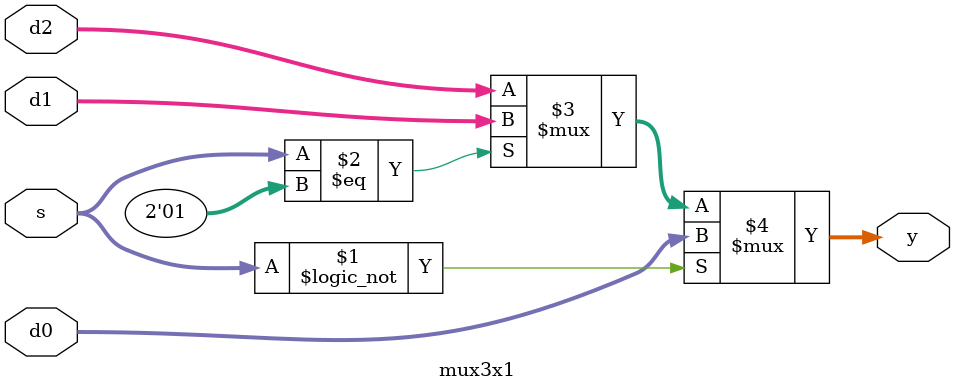
<source format=v>
module mux3x1#(parameter width= 32)
(input [(width-1):0]d0,
 input [(width-1):0]d1,
 input [(width-1):0]d2,
 input [1:0]s,
 output [(width-1):0]y);
 
 assign y = ((s==2'b00)? d0:
            (s==2'b01)? d1:
				(d2)); 
 
 endmodule
 
</source>
